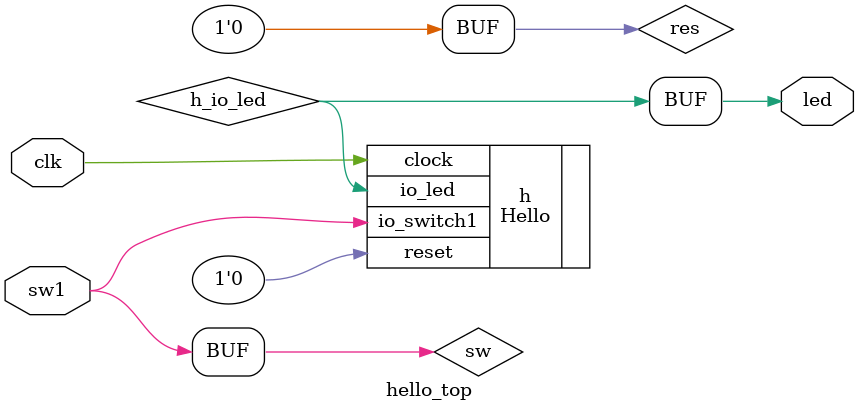
<source format=v>
/* Minimal top level for the Chisel Hello World.
  Wire reset to 0. */

module hello_top(
  input clk,
  input sw1,
  output led);

  wire h_io_led;
  wire res;
  wire sw;

  assign led = h_io_led;
  assign sw = sw1;
  assign res = 1'h0;
  Hello h(
    .clock(clk),
    .reset(res),
    .io_switch1(sw),
    .io_led(h_io_led));
endmodule

</source>
